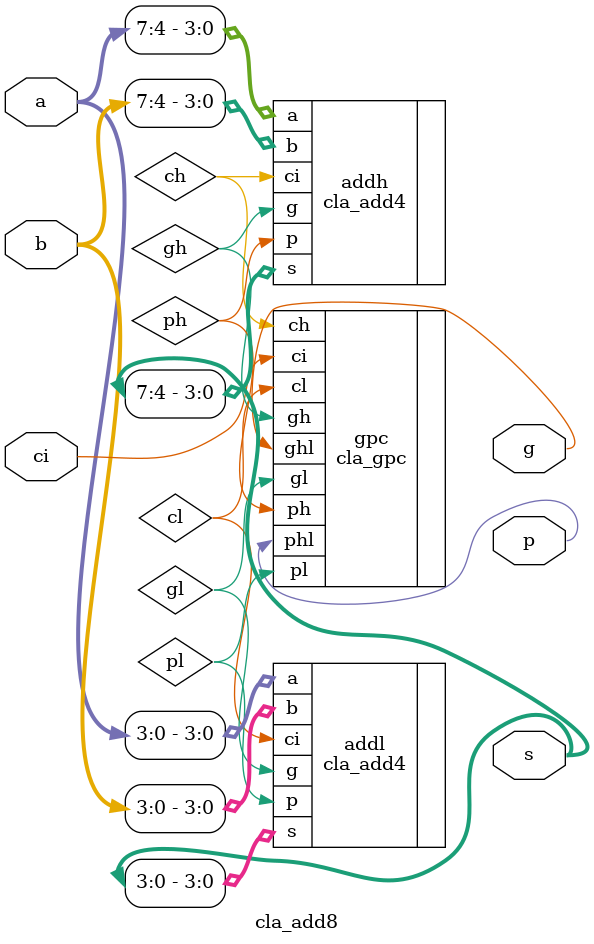
<source format=v>


module cla_add8 (
    input       [7:0] a,
    input       [7:0] b,
    input             ci,

    output            g,
    output            p,
    output      [7:0] s
);

wire ch, cl;
wire gh, gl;
wire ph, pl;

cla_add4 addh (
    .a(a[7:4]), // in
    .b(b[7:4]), // in
    .ci(ch),    // in
    .g(gh),     // out
    .p(ph),     // out
    .s(s[7:4])  // out
);

cla_add4 addl (
    .a(a[3:0]), // in
    .b(b[3:0]), // in
    .ci(cl),    // in
    .g(gl),     // out
    .p(pl),     // out
    .s(s[3:0])  // out
);

cla_gpc gpc (
    .gh(gh),    // in
    .ph(ph),    // in
    .gl(gl),    // in
    .pl(pl),    // in
    .ci(ci),    // in
    .ghl(g),    // out
    .phl(p),    // out
    .ch(ch),    // out
    .cl(cl)     // out
);

endmodule

</source>
